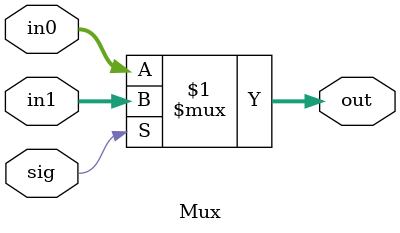
<source format=sv>
`timescale 1ps / 1ps

`include "my_lib.sv"

module Mux #(
    parameter MUX_LEN = 32
    )
(
    input [(MUX_LEN-1):0] in0,
    input [(MUX_LEN-1):0] in1,
    output [(MUX_LEN-1):0] out,
    input sig
    );
    assign out = sig ? in1 : in0;
endmodule

</source>
